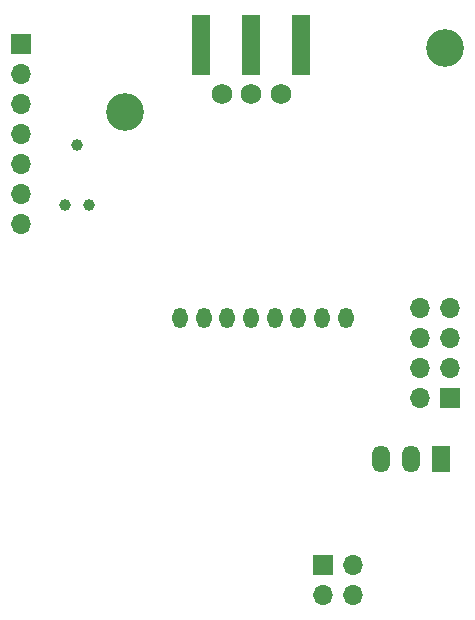
<source format=gbs>
G04 #@! TF.GenerationSoftware,KiCad,Pcbnew,(5.1.9-0-10_14)*
G04 #@! TF.CreationDate,2021-03-24T15:19:10+01:00*
G04 #@! TF.ProjectId,ithowifi_4l,6974686f-7769-4666-995f-346c2e6b6963,rev?*
G04 #@! TF.SameCoordinates,Original*
G04 #@! TF.FileFunction,Soldermask,Bot*
G04 #@! TF.FilePolarity,Negative*
%FSLAX46Y46*%
G04 Gerber Fmt 4.6, Leading zero omitted, Abs format (unit mm)*
G04 Created by KiCad (PCBNEW (5.1.9-0-10_14)) date 2021-03-24 15:19:10*
%MOMM*%
%LPD*%
G01*
G04 APERTURE LIST*
%ADD10O,1.700000X1.700000*%
%ADD11R,1.700000X1.700000*%
%ADD12C,3.200000*%
%ADD13C,0.990600*%
%ADD14C,1.500000*%
%ADD15R,1.500000X5.080000*%
%ADD16C,1.750000*%
%ADD17O,1.300000X1.750000*%
%ADD18O,1.500000X2.300000*%
%ADD19R,1.500000X2.300000*%
G04 APERTURE END LIST*
D10*
X113832000Y-154468000D03*
X111292000Y-154468000D03*
X113832000Y-151928000D03*
D11*
X111292000Y-151928000D03*
D12*
X94488000Y-113538000D03*
D13*
X89382600Y-121412000D03*
X91414600Y-121412000D03*
X90398600Y-116332000D03*
D12*
X121630000Y-108120000D03*
D14*
X105181400Y-109474000D03*
D10*
X85725000Y-123037600D03*
X85725000Y-120497600D03*
X85725000Y-117957600D03*
X85725000Y-115417600D03*
X85725000Y-112877600D03*
X85725000Y-110337600D03*
D11*
X85725000Y-107797600D03*
D15*
X100931400Y-107848400D03*
X109431400Y-107848400D03*
X105181400Y-107848400D03*
D16*
X107672000Y-112039000D03*
X105172000Y-112039000D03*
X102672000Y-112039000D03*
D17*
X99172000Y-131039000D03*
X101172000Y-131039000D03*
X103172000Y-131039000D03*
X105172000Y-131039000D03*
X107172000Y-131039000D03*
X109172000Y-131039000D03*
X111172000Y-131039000D03*
X113172000Y-131039000D03*
D18*
X116179600Y-142951200D03*
X118719600Y-142951200D03*
D19*
X121259600Y-142951200D03*
D11*
X122047000Y-137795000D03*
D10*
X119507000Y-137795000D03*
X122047000Y-135255000D03*
X119507000Y-135255000D03*
X122047000Y-132715000D03*
X119507000Y-132715000D03*
X122047000Y-130175000D03*
X119507000Y-130175000D03*
M02*

</source>
